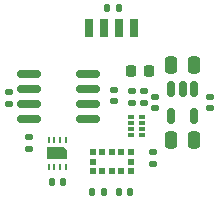
<source format=gts>
%TF.GenerationSoftware,KiCad,Pcbnew,(6.0.7)*%
%TF.CreationDate,2022-11-15T15:07:51+01:00*%
%TF.ProjectId,tofncan,746f666e-6361-46e2-9e6b-696361645f70,rev?*%
%TF.SameCoordinates,Original*%
%TF.FileFunction,Soldermask,Top*%
%TF.FilePolarity,Negative*%
%FSLAX46Y46*%
G04 Gerber Fmt 4.6, Leading zero omitted, Abs format (unit mm)*
G04 Created by KiCad (PCBNEW (6.0.7)) date 2022-11-15 15:07:51*
%MOMM*%
%LPD*%
G01*
G04 APERTURE LIST*
G04 Aperture macros list*
%AMRoundRect*
0 Rectangle with rounded corners*
0 $1 Rounding radius*
0 $2 $3 $4 $5 $6 $7 $8 $9 X,Y pos of 4 corners*
0 Add a 4 corners polygon primitive as box body*
4,1,4,$2,$3,$4,$5,$6,$7,$8,$9,$2,$3,0*
0 Add four circle primitives for the rounded corners*
1,1,$1+$1,$2,$3*
1,1,$1+$1,$4,$5*
1,1,$1+$1,$6,$7*
1,1,$1+$1,$8,$9*
0 Add four rect primitives between the rounded corners*
20,1,$1+$1,$2,$3,$4,$5,0*
20,1,$1+$1,$4,$5,$6,$7,0*
20,1,$1+$1,$6,$7,$8,$9,0*
20,1,$1+$1,$8,$9,$2,$3,0*%
%AMFreePoly0*
4,1,6,0.500000,-0.850000,-0.500000,-0.850000,-0.500000,0.550000,-0.200000,0.850000,0.500000,0.850000,0.500000,-0.850000,0.500000,-0.850000,$1*%
G04 Aperture macros list end*
%ADD10RoundRect,0.135000X0.185000X-0.135000X0.185000X0.135000X-0.185000X0.135000X-0.185000X-0.135000X0*%
%ADD11RoundRect,0.150000X0.825000X0.150000X-0.825000X0.150000X-0.825000X-0.150000X0.825000X-0.150000X0*%
%ADD12RoundRect,0.140000X-0.170000X0.140000X-0.170000X-0.140000X0.170000X-0.140000X0.170000X0.140000X0*%
%ADD13RoundRect,0.150000X-0.150000X0.512500X-0.150000X-0.512500X0.150000X-0.512500X0.150000X0.512500X0*%
%ADD14R,0.500000X0.500000*%
%ADD15RoundRect,0.140000X-0.140000X-0.170000X0.140000X-0.170000X0.140000X0.170000X-0.140000X0.170000X0*%
%ADD16RoundRect,0.140000X0.140000X0.170000X-0.140000X0.170000X-0.140000X-0.170000X0.140000X-0.170000X0*%
%ADD17R,0.250000X0.550000*%
%ADD18FreePoly0,270.000000*%
%ADD19RoundRect,0.250000X0.250000X0.475000X-0.250000X0.475000X-0.250000X-0.475000X0.250000X-0.475000X0*%
%ADD20RoundRect,0.140000X0.170000X-0.140000X0.170000X0.140000X-0.170000X0.140000X-0.170000X-0.140000X0*%
%ADD21RoundRect,0.218750X-0.218750X-0.256250X0.218750X-0.256250X0.218750X0.256250X-0.218750X0.256250X0*%
%ADD22R,0.700000X1.600000*%
%ADD23RoundRect,0.135000X-0.135000X-0.185000X0.135000X-0.185000X0.135000X0.185000X-0.135000X0.185000X0*%
%ADD24R,0.500000X0.400000*%
%ADD25R,0.500000X0.300000*%
G04 APERTURE END LIST*
D10*
X91300000Y-100110000D03*
X91300000Y-99090000D03*
D11*
X97975000Y-101405000D03*
X97975000Y-100135000D03*
X97975000Y-98865000D03*
X97975000Y-97595000D03*
X93025000Y-97595000D03*
X93025000Y-98865000D03*
X93025000Y-100135000D03*
X93025000Y-101405000D03*
D10*
X101700000Y-100010000D03*
X101700000Y-98990000D03*
D12*
X100200000Y-98920000D03*
X100200000Y-99880000D03*
D13*
X106950000Y-98862500D03*
X106000000Y-98862500D03*
X105050000Y-98862500D03*
X105050000Y-101137500D03*
X106950000Y-101137500D03*
D10*
X93000000Y-103910000D03*
X93000000Y-102890000D03*
D12*
X103700000Y-99520000D03*
X103700000Y-100480000D03*
D14*
X101600000Y-105800000D03*
X100800000Y-105790000D03*
X100000000Y-105800000D03*
X99200000Y-105800000D03*
X98400000Y-105800000D03*
X98400000Y-105000000D03*
X98400000Y-104200000D03*
X99200000Y-104200000D03*
X100000000Y-104200000D03*
X100800000Y-104200000D03*
X101600000Y-104200000D03*
X101600000Y-105000000D03*
D15*
X99620000Y-92000000D03*
X100580000Y-92000000D03*
D16*
X101580000Y-107600000D03*
X100620000Y-107600000D03*
D12*
X103500000Y-104220000D03*
X103500000Y-105180000D03*
D17*
X96150000Y-103125000D03*
X95650000Y-103125000D03*
X95150000Y-103125000D03*
X94650000Y-103125000D03*
X94650000Y-105475000D03*
X95150000Y-105475000D03*
X95650000Y-105475000D03*
X96150000Y-105475000D03*
D18*
X95400000Y-104300000D03*
D16*
X95880000Y-106700000D03*
X94920000Y-106700000D03*
D19*
X106950000Y-96800000D03*
X105050000Y-96800000D03*
D20*
X108300000Y-100480000D03*
X108300000Y-99520000D03*
D21*
X101612500Y-97300000D03*
X103187500Y-97300000D03*
D10*
X102700000Y-100010000D03*
X102700000Y-98990000D03*
D22*
X101905000Y-93650000D03*
X100635000Y-93650000D03*
X99365000Y-93650000D03*
X98095000Y-93650000D03*
D23*
X98290000Y-107600000D03*
X99310000Y-107600000D03*
D19*
X106950000Y-103200000D03*
X105050000Y-103200000D03*
D24*
X101600000Y-101250000D03*
D25*
X101600000Y-101750000D03*
X101600000Y-102250000D03*
D24*
X101600000Y-102750000D03*
X102600000Y-102750000D03*
D25*
X102600000Y-102250000D03*
X102600000Y-101750000D03*
D24*
X102600000Y-101250000D03*
M02*

</source>
